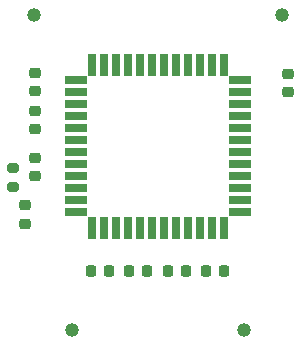
<source format=gts>
%TF.GenerationSoftware,KiCad,Pcbnew,8.0.3-8.0.3-0~ubuntu24.04.1*%
%TF.CreationDate,2024-07-09T09:27:24+02:00*%
%TF.ProjectId,PythonBreakout,50797468-6f6e-4427-9265-616b6f75742e,rev?*%
%TF.SameCoordinates,Original*%
%TF.FileFunction,Soldermask,Top*%
%TF.FilePolarity,Negative*%
%FSLAX46Y46*%
G04 Gerber Fmt 4.6, Leading zero omitted, Abs format (unit mm)*
G04 Created by KiCad (PCBNEW 8.0.3-8.0.3-0~ubuntu24.04.1) date 2024-07-09 09:27:24*
%MOMM*%
%LPD*%
G01*
G04 APERTURE LIST*
G04 Aperture macros list*
%AMRoundRect*
0 Rectangle with rounded corners*
0 $1 Rounding radius*
0 $2 $3 $4 $5 $6 $7 $8 $9 X,Y pos of 4 corners*
0 Add a 4 corners polygon primitive as box body*
4,1,4,$2,$3,$4,$5,$6,$7,$8,$9,$2,$3,0*
0 Add four circle primitives for the rounded corners*
1,1,$1+$1,$2,$3*
1,1,$1+$1,$4,$5*
1,1,$1+$1,$6,$7*
1,1,$1+$1,$8,$9*
0 Add four rect primitives between the rounded corners*
20,1,$1+$1,$2,$3,$4,$5,0*
20,1,$1+$1,$4,$5,$6,$7,0*
20,1,$1+$1,$6,$7,$8,$9,0*
20,1,$1+$1,$8,$9,$2,$3,0*%
G04 Aperture macros list end*
%ADD10RoundRect,0.225000X0.225000X0.250000X-0.225000X0.250000X-0.225000X-0.250000X0.225000X-0.250000X0*%
%ADD11RoundRect,0.225000X-0.250000X0.225000X-0.250000X-0.225000X0.250000X-0.225000X0.250000X0.225000X0*%
%ADD12RoundRect,0.040440X-0.876560X0.296560X-0.876560X-0.296560X0.876560X-0.296560X0.876560X0.296560X0*%
%ADD13RoundRect,0.040440X-0.296560X0.876560X-0.296560X-0.876560X0.296560X-0.876560X0.296560X0.876560X0*%
%ADD14RoundRect,0.200000X0.275000X-0.200000X0.275000X0.200000X-0.275000X0.200000X-0.275000X-0.200000X0*%
%ADD15RoundRect,0.225000X-0.225000X-0.250000X0.225000X-0.250000X0.225000X0.250000X-0.225000X0.250000X0*%
%ADD16RoundRect,0.225000X0.250000X-0.225000X0.250000X0.225000X-0.250000X0.225000X-0.250000X-0.225000X0*%
%ADD17C,1.190000*%
G04 APERTURE END LIST*
D10*
X89080000Y-80575000D03*
X87530000Y-80575000D03*
D11*
X79605000Y-71000000D03*
X79605000Y-72550000D03*
X101005000Y-63875000D03*
X101005000Y-65425000D03*
D12*
X96905000Y-69492000D03*
X96905000Y-68476000D03*
X96905000Y-67460000D03*
X96905000Y-66444000D03*
X96905000Y-65428000D03*
X96905000Y-64412000D03*
D13*
X95588000Y-63095000D03*
X94572000Y-63095000D03*
X93556000Y-63095000D03*
X92540000Y-63095000D03*
X91524000Y-63095000D03*
X90508000Y-63095000D03*
X89492000Y-63095000D03*
X88476000Y-63095000D03*
X87460000Y-63095000D03*
X86444000Y-63095000D03*
X85428000Y-63095000D03*
X84412000Y-63095000D03*
D12*
X83095000Y-64412000D03*
X83095000Y-65428000D03*
X83095000Y-66444000D03*
X83095000Y-67460000D03*
X83095000Y-68476000D03*
X83095000Y-69492000D03*
X83095000Y-70508000D03*
X83095000Y-71524000D03*
X83095000Y-72540000D03*
X83095000Y-73556000D03*
X83095000Y-74572000D03*
X83095000Y-75588000D03*
D13*
X84412000Y-76905000D03*
X85428000Y-76905000D03*
X86444000Y-76905000D03*
X87460000Y-76905000D03*
X88476000Y-76905000D03*
X89492000Y-76905000D03*
X90508000Y-76905000D03*
X91524000Y-76905000D03*
X92540000Y-76905000D03*
X93556000Y-76905000D03*
X94572000Y-76905000D03*
X95588000Y-76905000D03*
D12*
X96905000Y-75588000D03*
X96905000Y-74572000D03*
X96905000Y-73556000D03*
X96905000Y-72540000D03*
X96905000Y-71524000D03*
X96905000Y-70508000D03*
D10*
X95580000Y-80575000D03*
X94030000Y-80575000D03*
X92355000Y-80575000D03*
X90805000Y-80575000D03*
D14*
X77705000Y-73450000D03*
X77705000Y-71800000D03*
D15*
X84305000Y-80575000D03*
X85855000Y-80575000D03*
D11*
X79605000Y-63800000D03*
X79605000Y-65350000D03*
X78705000Y-75000000D03*
X78705000Y-76550000D03*
D16*
X79605000Y-68575000D03*
X79605000Y-67025000D03*
D17*
X82695000Y-85535000D03*
X97305000Y-85535000D03*
X79520000Y-58925000D03*
X100480000Y-58925000D03*
M02*

</source>
